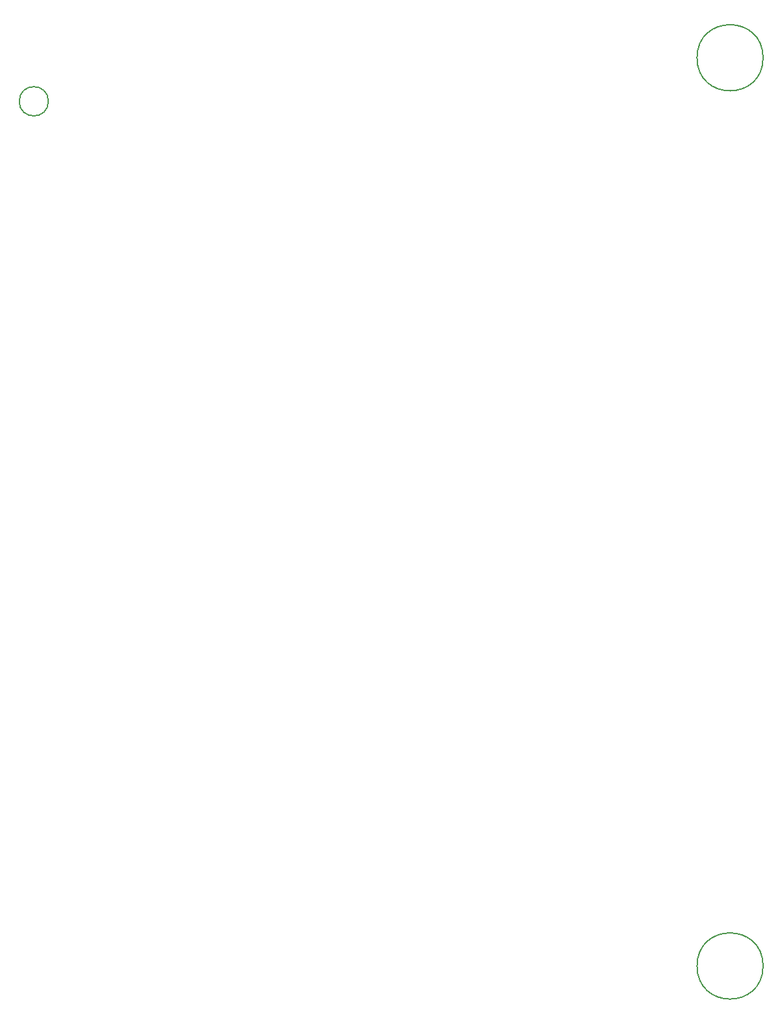
<source format=gbr>
%TF.GenerationSoftware,KiCad,Pcbnew,(6.0.10)*%
%TF.CreationDate,2023-04-23T08:01:19-06:00*%
%TF.ProjectId,AS15,41533135-2e6b-4696-9361-645f70636258,rev?*%
%TF.SameCoordinates,Original*%
%TF.FileFunction,Other,Comment*%
%FSLAX46Y46*%
G04 Gerber Fmt 4.6, Leading zero omitted, Abs format (unit mm)*
G04 Created by KiCad (PCBNEW (6.0.10)) date 2023-04-23 08:01:19*
%MOMM*%
%LPD*%
G01*
G04 APERTURE LIST*
%ADD10C,0.150000*%
G04 APERTURE END LIST*
D10*
%TO.C, *%
X183710000Y-142560000D02*
G75*
G03*
X183710000Y-142560000I-4300000J0D01*
G01*
X183710000Y-24440000D02*
G75*
G03*
X183710000Y-24440000I-4300000J0D01*
G01*
%TO.C,H1*%
X90700000Y-30100000D02*
G75*
G03*
X90700000Y-30100000I-1900000J0D01*
G01*
%TD*%
M02*

</source>
